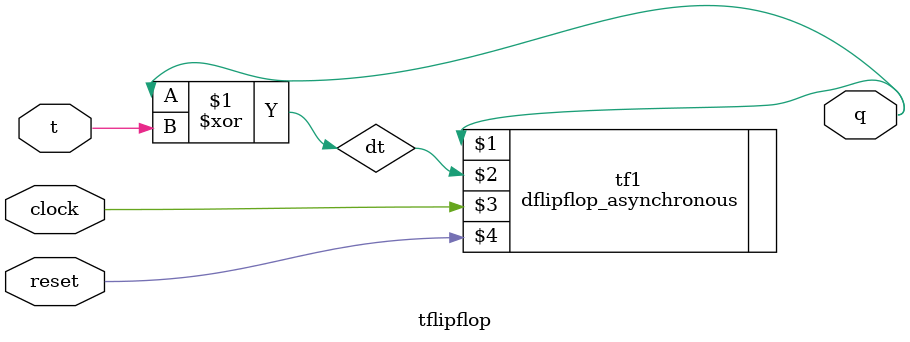
<source format=v>

module tflipflop(q,t,clock,reset);
input t,clock,reset;
output q;
wire dt;
assign dt=q^t;
dflipflop_asynchronous tf1(q,dt,clock,reset);
endmodule

</source>
